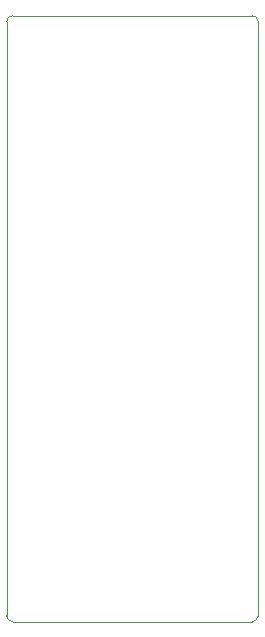
<source format=gm1>
G04 #@! TF.GenerationSoftware,KiCad,Pcbnew,(5.1.10)-1*
G04 #@! TF.CreationDate,2021-09-15T22:42:09+01:00*
G04 #@! TF.ProjectId,32u4-Pico,33327534-2d50-4696-936f-2e6b69636164,REV1*
G04 #@! TF.SameCoordinates,Original*
G04 #@! TF.FileFunction,Profile,NP*
%FSLAX46Y46*%
G04 Gerber Fmt 4.6, Leading zero omitted, Abs format (unit mm)*
G04 Created by KiCad (PCBNEW (5.1.10)-1) date 2021-09-15 22:42:09*
%MOMM*%
%LPD*%
G01*
G04 APERTURE LIST*
G04 #@! TA.AperFunction,Profile*
%ADD10C,0.050000*%
G04 #@! TD*
G04 APERTURE END LIST*
D10*
X114290000Y-108025000D02*
G75*
G02*
X113790000Y-108525000I-500000J0D01*
G01*
X93490000Y-108525000D02*
G75*
G02*
X92990000Y-108025000I0J500000D01*
G01*
X92990000Y-57725000D02*
G75*
G02*
X93490000Y-57225000I500000J0D01*
G01*
X113790000Y-57225000D02*
G75*
G02*
X114290000Y-57725000I0J-500000D01*
G01*
X114290000Y-108025000D02*
X114290000Y-57725000D01*
X93490000Y-57225000D02*
X113790000Y-57225000D01*
X92990000Y-108025000D02*
X92990000Y-57725000D01*
X93490000Y-108525000D02*
X113790000Y-108525000D01*
M02*

</source>
